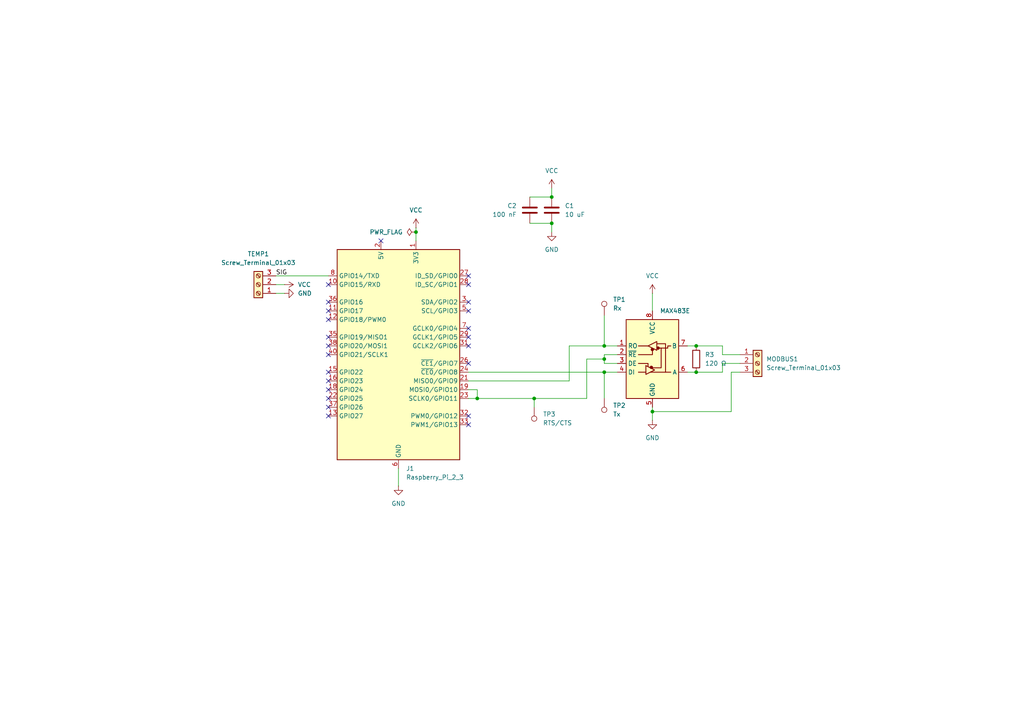
<source format=kicad_sch>
(kicad_sch (version 20231120) (generator "eeschema") (generator_version "8.0")
  (paper "A4")
  (title_block (title "RS485 HAT") (date "2024-03-25") (rev "2.1"))
  (lib_symbols
    (symbol "Connector:Raspberry_Pi_2_3"
      (property "Reference" "J" (at -17.78 31.75 0))
      (property "Value" "Raspberry_Pi_2_3" (at 10.16 -31.75 0))
      (symbol "Raspberry_Pi_2_3_0_1"
        (rectangle (start -17.78 30.48) (end 17.78 -30.48) (stroke (width 0.254)) (fill (type background)))
      )
      (symbol "Raspberry_Pi_2_3_1_1"
        (pin power_in line (at 5.08 33.02 270) (length 2.54) (name "3V3") (number "1"))
        (pin bidirectional line (at -20.32 20.32 0) (length 2.54) (name "GPIO15/RXD") (number "10"))
        (pin bidirectional line (at -20.32 12.7 0) (length 2.54) (name "GPIO17") (number "11"))
        (pin bidirectional line (at -20.32 10.16 0) (length 2.54) (name "GPIO18/PWM0") (number "12"))
        (pin bidirectional line (at -20.32 -17.78 0) (length 2.54) (name "GPIO27") (number "13"))
        (pin passive line (at 0 -33.02 90) (length 2.54) hide (name "GND") (number "14"))
        (pin bidirectional line (at -20.32 -5.08 0) (length 2.54) (name "GPIO22") (number "15"))
        (pin bidirectional line (at -20.32 -7.62 0) (length 2.54) (name "GPIO23") (number "16"))
        (pin passive line (at 5.08 33.02 270) (length 2.54) hide (name "3V3") (number "17"))
        (pin bidirectional line (at -20.32 -10.16 0) (length 2.54) (name "GPIO24") (number "18"))
        (pin bidirectional line (at 20.32 -10.16 180) (length 2.54) (name "MOSI0/GPIO10") (number "19"))
        (pin power_in line (at -5.08 33.02 270) (length 2.54) (name "5V") (number "2"))
        (pin passive line (at 0 -33.02 90) (length 2.54) hide (name "GND") (number "20"))
        (pin bidirectional line (at 20.32 -7.62 180) (length 2.54) (name "MISO0/GPIO9") (number "21"))
        (pin bidirectional line (at -20.32 -12.7 0) (length 2.54) (name "GPIO25") (number "22"))
        (pin bidirectional line (at 20.32 -12.7 180) (length 2.54) (name "SCLK0/GPIO11") (number "23"))
        (pin bidirectional line (at 20.32 -5.08 180) (length 2.54) (name "~{CE0}/GPIO8") (number "24"))
        (pin passive line (at 0 -33.02 90) (length 2.54) hide (name "GND") (number "25"))
        (pin bidirectional line (at 20.32 -2.54 180) (length 2.54) (name "~{CE1}/GPIO7") (number "26"))
        (pin bidirectional line (at 20.32 22.86 180) (length 2.54) (name "ID_SD/GPIO0") (number "27"))
        (pin bidirectional line (at 20.32 20.32 180) (length 2.54) (name "ID_SC/GPIO1") (number "28"))
        (pin bidirectional line (at 20.32 5.08 180) (length 2.54) (name "GCLK1/GPIO5") (number "29"))
        (pin bidirectional line (at 20.32 15.24 180) (length 2.54) (name "SDA/GPIO2") (number "3"))
        (pin passive line (at 0 -33.02 90) (length 2.54) hide (name "GND") (number "30"))
        (pin bidirectional line (at 20.32 2.54 180) (length 2.54) (name "GCLK2/GPIO6") (number "31"))
        (pin bidirectional line (at 20.32 -17.78 180) (length 2.54) (name "PWM0/GPIO12") (number "32"))
        (pin bidirectional line (at 20.32 -20.32 180) (length 2.54) (name "PWM1/GPIO13") (number "33"))
        (pin passive line (at 0 -33.02 90) (length 2.54) hide (name "GND") (number "34"))
        (pin bidirectional line (at -20.32 5.08 0) (length 2.54) (name "GPIO19/MISO1") (number "35"))
        (pin bidirectional line (at -20.32 15.24 0) (length 2.54) (name "GPIO16") (number "36"))
        (pin bidirectional line (at -20.32 -15.24 0) (length 2.54) (name "GPIO26") (number "37"))
        (pin bidirectional line (at -20.32 2.54 0) (length 2.54) (name "GPIO20/MOSI1") (number "38"))
        (pin passive line (at 0 -33.02 90) (length 2.54) hide (name "GND") (number "39"))
        (pin passive line (at -5.08 33.02 270) (length 2.54) hide (name "5V") (number "4"))
        (pin bidirectional line (at -20.32 0 0) (length 2.54) (name "GPIO21/SCLK1") (number "40"))
        (pin bidirectional line (at 20.32 12.7 180) (length 2.54) (name "SCL/GPIO3") (number "5"))
        (pin power_in line (at 0 -33.02 90) (length 2.54) (name "GND") (number "6"))
        (pin bidirectional line (at 20.32 7.62 180) (length 2.54) (name "GCLK0/GPIO4") (number "7"))
        (pin bidirectional line (at -20.32 22.86 0) (length 2.54) (name "GPIO14/TXD") (number "8"))
        (pin passive line (at 0 -33.02 90) (length 2.54) hide (name "GND") (number "9"))
      )
    )
    (symbol "Connector:Screw_Terminal_01x03" (pin_names (offset 1.016) hide)
      (property "Reference" "J" (at 0 5.08 0))
      (property "Value" "Screw_Terminal_01x03" (at 0 -5.08 0))
      (symbol "Screw_Terminal_01x03_1_1"
        (rectangle (start -1.27 3.81) (end 1.27 -3.81) (stroke (width 0.254)) (fill (type background)))
        (circle (center 0 -2.54) (radius 0.635) (stroke (width 0.1524)))
        (polyline (pts (xy -0.5334 -2.2098) (xy 0.3302 -3.048)) (stroke (width 0.1524)))
        (polyline (pts (xy -0.5334 0.3302) (xy 0.3302 -0.508)) (stroke (width 0.1524)))
        (polyline (pts (xy -0.5334 2.8702) (xy 0.3302 2.032)) (stroke (width 0.1524)))
        (polyline (pts (xy -0.3556 -2.032) (xy 0.508 -2.8702)) (stroke (width 0.1524)))
        (polyline (pts (xy -0.3556 0.508) (xy 0.508 -0.3302)) (stroke (width 0.1524)))
        (polyline (pts (xy -0.3556 3.048) (xy 0.508 2.2098)) (stroke (width 0.1524)))
        (circle (center 0 0) (radius 0.635) (stroke (width 0.1524)))
        (circle (center 0 2.54) (radius 0.635) (stroke (width 0.1524)))
        (pin passive line (at -5.08 2.54 0) (length 3.81) (name "Pin_1") (number "1"))
        (pin passive line (at -5.08 0 0) (length 3.81) (name "Pin_2") (number "2"))
        (pin passive line (at -5.08 -2.54 0) (length 3.81) (name "Pin_3") (number "3"))
      )
    )
    (symbol "Connector:TestPoint" (pin_numbers hide) (pin_names (offset 0.762) hide)
      (property "Reference" "TP" (at 0 6.858 0))
      (property "Value" "TestPoint" (at 0 5.08 0))
      (symbol "TestPoint_0_1"
        (circle (center 0 3.302) (radius 0.762))
      )
      (symbol "TestPoint_1_1"
        (pin passive line (at 0 0 90) (length 2.54) (name "1") (number "1"))
      )
    )
    (symbol "Device:C" (pin_numbers hide) (pin_names (offset 0.254))
      (property "Reference" "C" (at 0.635 2.54 0))
      (property "Value" "C" (at 0.635 -2.54 0))
      (symbol "C_0_1"
        (polyline (pts (xy -2.032 -0.762) (xy 2.032 -0.762)) (stroke (width 0.508)))
        (polyline (pts (xy -2.032 0.762) (xy 2.032 0.762)) (stroke (width 0.508)))
      )
      (symbol "C_1_1"
        (pin passive line (at 0 3.81 270) (length 2.794) (name "~") (number "1"))
        (pin passive line (at 0 -3.81 90) (length 2.794) (name "~") (number "2"))
      )
    )
    (symbol "Device:R" (pin_numbers hide) (pin_names (offset 0))
      (property "Reference" "R" (at 2.032 0 90))
      (property "Value" "R" (at 0 0 90))
      (symbol "R_0_1"
        (rectangle (start -1.016 -2.54) (end 1.016 2.54) (stroke (width 0.254)))
      )
      (symbol "R_1_1"
        (pin passive line (at 0 3.81 270) (length 1.27) (name "~") (number "1"))
        (pin passive line (at 0 -3.81 90) (length 1.27) (name "~") (number "2"))
      )
    )
    (symbol "Interface_UART:MAX487E"
      (property "Reference" "U" (at -6.096 11.43 0))
      (property "Value" "MAX487E" (at 0.762 11.43 0))
      (symbol "MAX487E_0_1"
        (rectangle (start -7.62 10.16) (end 7.62 -12.7) (stroke (width 0.254)) (fill (type background)))
        (circle (center -0.3048 -3.683) (radius 0.3556) (stroke (width 0.254)) (fill (type outline)))
        (circle (center -0.0254 1.4986) (radius 0.3556) (stroke (width 0.254)) (fill (type outline)))
        (polyline (pts (xy -4.064 -5.08) (xy -1.905 -5.08)) (stroke (width 0.254)))
        (polyline (pts (xy -4.064 2.54) (xy -1.27 2.54)) (stroke (width 0.254)))
        (polyline (pts (xy -1.27 -3.2004) (xy -1.27 -3.4544)) (stroke (width 0.254)))
        (polyline (pts (xy -0.635 -5.08) (xy 5.334 -5.08)) (stroke (width 0.254)))
        (polyline (pts (xy -4.064 -2.54) (xy -1.27 -2.54) (xy -1.27 -3.175)) (stroke (width 0.254)))
        (polyline (pts (xy 0 1.27) (xy 0 0) (xy -4.064 0)) (stroke (width 0.254)))
        (polyline (pts (xy 1.27 3.175) (xy 3.81 3.175) (xy 3.81 -5.08)) (stroke (width 0.254)))
        (polyline (pts (xy 2.54 1.905) (xy 2.54 -3.81) (xy 0 -3.81)) (stroke (width 0.254)))
        (polyline (pts (xy -1.905 -3.175) (xy -1.905 -5.715) (xy 0.635 -4.445) (xy -1.905 -3.175)) (stroke (width 0.254)))
        (polyline (pts (xy -1.27 2.54) (xy 1.27 3.81) (xy 1.27 1.27) (xy -1.27 2.54)) (stroke (width 0.254)))
        (polyline (pts (xy 1.905 1.905) (xy 4.445 1.905) (xy 4.445 2.54) (xy 5.334 2.54)) (stroke (width 0.254)))
        (rectangle (start 1.27 3.175) (end 1.27 3.175))
        (circle (center 1.651 1.905) (radius 0.3556) (stroke (width 0.254)) (fill (type outline)))
      )
      (symbol "MAX487E_1_1"
        (pin output line (at -10.16 2.54 0) (length 2.54) (name "RO") (number "1"))
        (pin input line (at -10.16 0 0) (length 2.54) (name "~{RE}") (number "2"))
        (pin input line (at -10.16 -2.54 0) (length 2.54) (name "DE") (number "3"))
        (pin input line (at -10.16 -5.08 0) (length 2.54) (name "DI") (number "4"))
        (pin power_in line (at 0 -15.24 90) (length 2.54) (name "GND") (number "5"))
        (pin bidirectional line (at 10.16 -5.08 180) (length 2.54) (name "A") (number "6"))
        (pin bidirectional line (at 10.16 2.54 180) (length 2.54) (name "B") (number "7"))
        (pin power_in line (at 0 12.7 270) (length 2.54) (name "VCC") (number "8"))
      )
    )
    (symbol "power:GND" (power) (pin_numbers hide) (pin_names (offset 0) hide)
      (property "Value" "GND" (at 0 -3.81 0))
      (symbol "GND_0_1"
        (polyline (pts (xy 0 0) (xy 0 -1.27) (xy 1.27 -1.27) (xy 0 -2.54) (xy -1.27 -1.27) (xy 0 -1.27)))
      )
      (symbol "GND_1_1"
        (pin power_in line (at 0 0 270) (length 0) (name "~") (number "1"))
      )
    )
    (symbol "power:PWR_FLAG" (power) (pin_numbers hide) (pin_names (offset 0) hide)
      (property "Value" "PWR_FLAG" (at 0 3.81 0))
      (symbol "PWR_FLAG_0_0"
        (pin power_out line (at 0 0 90) (length 0) (name "~") (number "1"))
      )
      (symbol "PWR_FLAG_0_1"
        (polyline (pts (xy 0 0) (xy 0 1.27) (xy -1.016 1.905) (xy 0 2.54) (xy 1.016 1.905) (xy 0 1.27)))
      )
    )
    (symbol "power:VCC" (power) (pin_numbers hide) (pin_names (offset 0) hide)
      (property "Value" "VCC" (at 0 3.556 0))
      (symbol "VCC_0_1"
        (polyline (pts (xy -0.762 1.27) (xy 0 2.54)))
        (polyline (pts (xy 0 0) (xy 0 2.54)))
        (polyline (pts (xy 0 2.54) (xy 0.762 1.27)))
      )
      (symbol "VCC_1_1"
        (pin power_in line (at 0 0 90) (length 0) (name "~") (number "1"))
      )
    )
  )
  (junction (at 175.26 100.33))
  (junction (at 154.94 115.57))
  (junction (at 120.65 67.31))
  (junction (at 189.23 119.38))
  (junction (at 160.02 64.77))
  (junction (at 175.26 104.14))
  (junction (at 160.02 57.15))
  (junction (at 201.93 100.33))
  (junction (at 201.93 107.95))
  (junction (at 138.43 115.57))
  (junction (at 175.26 107.95))
  (no_connect (at 135.89 82.55))
  (no_connect (at 95.25 115.57))
  (no_connect (at 135.89 90.17))
  (no_connect (at 95.25 110.49))
  (no_connect (at 95.25 87.63))
  (no_connect (at 95.25 97.79))
  (no_connect (at 135.89 80.01))
  (no_connect (at 95.25 90.17))
  (no_connect (at 95.25 100.33))
  (no_connect (at 95.25 118.11))
  (no_connect (at 95.25 92.71))
  (no_connect (at 135.89 123.19))
  (no_connect (at 135.89 105.41))
  (no_connect (at 135.89 120.65))
  (no_connect (at 135.89 95.25))
  (no_connect (at 95.25 113.03))
  (no_connect (at 95.25 102.87))
  (no_connect (at 95.25 120.65))
  (no_connect (at 135.89 97.79))
  (no_connect (at 95.25 82.55))
  (no_connect (at 95.25 107.95))
  (no_connect (at 135.89 100.33))
  (no_connect (at 135.89 87.63))
  (no_connect (at 110.49 69.85))
  (wire (pts (xy 209.55 102.87) (xy 209.55 100.33)))
  (wire (pts (xy 201.93 100.33) (xy 209.55 100.33)))
  (wire (pts (xy 175.26 107.95) (xy 175.26 115.57)))
  (wire (pts (xy 189.23 85.09) (xy 189.23 90.17)))
  (wire (pts (xy 170.18 104.14) (xy 175.26 104.14)))
  (wire (pts (xy 175.26 100.33) (xy 179.07 100.33)))
  (wire (pts (xy 154.94 115.57) (xy 154.94 118.11)))
  (wire (pts (xy 189.23 119.38) (xy 212.09 119.38)))
  (wire (pts (xy 209.55 105.41) (xy 209.55 107.95)))
  (wire (pts (xy 175.26 104.14) (xy 175.26 105.41)))
  (wire (pts (xy 165.1 110.49) (xy 135.89 110.49)))
  (wire (pts (xy 212.09 107.95) (xy 214.63 107.95)))
  (wire (pts (xy 153.67 57.15) (xy 160.02 57.15)))
  (wire (pts (xy 160.02 54.61) (xy 160.02 57.15)))
  (wire (pts (xy 214.63 105.41) (xy 209.55 105.41)))
  (wire (pts (xy 80.01 85.09) (xy 82.55 85.09)))
  (wire (pts (xy 199.39 100.33) (xy 201.93 100.33)))
  (wire (pts (xy 160.02 64.77) (xy 160.02 67.31)))
  (wire (pts (xy 120.65 66.04) (xy 120.65 67.31)))
  (wire (pts (xy 80.01 80.01) (xy 95.25 80.01)))
  (wire (pts (xy 189.23 118.11) (xy 189.23 119.38)))
  (wire (pts (xy 175.26 105.41) (xy 179.07 105.41)))
  (wire (pts (xy 199.39 107.95) (xy 201.93 107.95)))
  (wire (pts (xy 212.09 107.95) (xy 212.09 119.38)))
  (wire (pts (xy 135.89 113.03) (xy 138.43 113.03)))
  (wire (pts (xy 153.67 64.77) (xy 160.02 64.77)))
  (wire (pts (xy 165.1 100.33) (xy 175.26 100.33)))
  (wire (pts (xy 175.26 102.87) (xy 175.26 104.14)))
  (wire (pts (xy 175.26 102.87) (xy 179.07 102.87)))
  (wire (pts (xy 120.65 67.31) (xy 120.65 69.85)))
  (wire (pts (xy 189.23 119.38) (xy 189.23 121.92)))
  (wire (pts (xy 175.26 91.44) (xy 175.26 100.33)))
  (wire (pts (xy 209.55 102.87) (xy 214.63 102.87)))
  (wire (pts (xy 170.18 115.57) (xy 170.18 104.14)))
  (wire (pts (xy 175.26 107.95) (xy 179.07 107.95)))
  (wire (pts (xy 138.43 115.57) (xy 154.94 115.57)))
  (wire (pts (xy 135.89 107.95) (xy 175.26 107.95)))
  (wire (pts (xy 154.94 115.57) (xy 170.18 115.57)))
  (wire (pts (xy 135.89 115.57) (xy 138.43 115.57)))
  (wire (pts (xy 115.57 135.89) (xy 115.57 140.97)))
  (wire (pts (xy 80.01 82.55) (xy 82.55 82.55)))
  (wire (pts (xy 138.43 113.03) (xy 138.43 115.57)))
  (wire (pts (xy 201.93 107.95) (xy 209.55 107.95)))
  (wire (pts (xy 165.1 100.33) (xy 165.1 110.49)))
  (label "SIG" (at 80.01 80.01 0))
  (symbol (lib_id "Connector:TestPoint") (at 175.26 115.57 180) (unit 1)
    (property "Reference" "TP2" (at 177.8 117.6019 0) (effects (justify right)))
    (property "Value" "Tx" (at 177.8 120.1419 0) (effects (justify right)))
    (property "Footprint" "TestPoint:TestPoint_Loop_D1.80mm_Drill1.0mm_Beaded" (effects (hide yes)))
    (property "Description" "test point" (effects (hide yes)))
  )
  (symbol (lib_id "power:VCC") (at 82.55 82.55 270) (unit 1)
    (property "Reference" "#PWR03" (effects (hide yes)))
    (property "Value" "VCC" (at 86.36 82.5499 90) (effects (justify left)))
    (property "Description" "Power symbol creates a global label with name \"VCC\"" (effects (hide yes)))
  )
  (symbol (lib_id "power:GND") (at 115.57 140.97 0) (unit 1)
    (property "Reference" "#PWR02" (effects (hide yes)))
    (property "Value" "GND" (at 115.57 146.05 0))
    (property "Description" "Power symbol creates a global label with name \"GND\" , ground" (effects (hide yes)))
  )
  (symbol (lib_id "Interface_UART:MAX487E") (at 189.23 102.87 0) (unit 1)
    (property "Reference" "U1" (effects (hide yes)))
    (property "Value" "MAX483E" (at 191.4241 90.17 0) (effects (justify left)))
    (property "Footprint" "Package_DIP:DIP-8_W7.62mm" (effects (hide yes)))
    (property "Datasheet" "https://datasheets.maximintegrated.com/en/ds/MAX1487E-MAX491E.pdf" (effects (hide yes)))
    (property "Description" "Half duplex RS-485/RS-422, 0.25 Mbps, ±15kV electro-static discharge (ESD) protection, with slew-rate, with low-power shutdown, with receiver/driver enable, 128 receiver drive capability, DIP-8 and SOIC-8" (effects (hide yes)))
  )
  (symbol (lib_id "Connector:Screw_Terminal_01x03") (at 219.71 105.41 0) (unit 1)
    (property "Reference" "MODBUS1" (at 222.25 104.1399 0) (effects (justify left)))
    (property "Value" "Screw_Terminal_01x03" (at 222.25 106.6799 0) (effects (justify left)))
    (property "Footprint" "TerminalBlock_Phoenix:TerminalBlock_Phoenix_MKDS-1,5-3-5.08_1x03_P5.08mm_Horizontal" (effects (hide yes)))
    (property "Description" "Generic screw terminal, single row, 01x03, script generated (kicad-library-utils/schlib/autogen/connector/)" (effects (hide yes)))
  )
  (symbol (lib_id "Device:C") (at 153.67 60.96 0) (unit 1)
    (property "Reference" "C2" (at 149.86 59.6899 0) (effects (justify right)))
    (property "Value" "100 nF" (at 149.86 62.2299 0) (effects (justify right)))
    (property "Footprint" "Capacitor_SMD:C_0805_2012Metric" (effects (hide yes)))
    (property "Description" "Unpolarized capacitor" (effects (hide yes)))
  )
  (symbol (lib_id "Device:C") (at 160.02 60.96 0) (unit 1)
    (property "Reference" "C1" (at 163.83 59.6899 0) (effects (justify left)))
    (property "Value" "10 uF" (at 163.83 62.2299 0) (effects (justify left)))
    (property "Footprint" "Capacitor_SMD:C_0805_2012Metric" (effects (hide yes)))
    (property "Description" "Unpolarized capacitor" (effects (hide yes)))
  )
  (symbol (lib_id "power:GND") (at 82.55 85.09 90) (unit 1)
    (property "Reference" "#PWR05" (effects (hide yes)))
    (property "Value" "GND" (at 86.36 85.0899 90) (effects (justify right)))
    (property "Description" "Power symbol creates a global label with name \"GND\" , ground" (effects (hide yes)))
  )
  (symbol (lib_id "Connector:Screw_Terminal_01x03") (at 74.93 82.55 180) (unit 1)
    (property "Reference" "TEMP1" (at 74.93 73.66 0))
    (property "Value" "Screw_Terminal_01x03" (at 74.93 76.2 0))
    (property "Footprint" "TerminalBlock_Phoenix:TerminalBlock_Phoenix_MKDS-1,5-3-5.08_1x03_P5.08mm_Horizontal" (effects (hide yes)))
    (property "Description" "Generic screw terminal, single row, 01x03, script generated (kicad-library-utils/schlib/autogen/connector/)" (effects (hide yes)))
  )
  (symbol (lib_id "power:GND") (at 160.02 67.31 0) (unit 1)
    (property "Reference" "#PWR06" (effects (hide yes)))
    (property "Value" "GND" (at 160.02 72.39 0))
    (property "Description" "Power symbol creates a global label with name \"GND\" , ground" (effects (hide yes)))
  )
  (symbol (lib_id "Connector:TestPoint") (at 175.26 91.44 0) (unit 1)
    (property "Reference" "TP1" (at 177.8 86.8679 0) (effects (justify left)))
    (property "Value" "Rx" (at 177.8 89.4079 0) (effects (justify left)))
    (property "Footprint" "TestPoint:TestPoint_Loop_D1.80mm_Drill1.0mm_Beaded" (effects (hide yes)))
    (property "Description" "test point" (effects (hide yes)))
  )
  (symbol (lib_id "power:VCC") (at 189.23 85.09 0) (unit 1)
    (property "Reference" "#PWR08" (effects (hide yes)))
    (property "Value" "VCC" (at 189.23 80.01 0))
    (property "Description" "Power symbol creates a global label with name \"VCC\"" (effects (hide yes)))
  )
  (symbol (lib_id "power:VCC") (at 160.02 54.61 0) (unit 1)
    (property "Reference" "#PWR09" (effects (hide yes)))
    (property "Value" "VCC" (at 160.02 49.53 0))
    (property "Description" "Power symbol creates a global label with name \"VCC\"" (effects (hide yes)))
  )
  (symbol (lib_id "power:GND") (at 189.23 121.92 0) (unit 1)
    (property "Reference" "#PWR04" (effects (hide yes)))
    (property "Value" "GND" (at 189.23 127 0))
    (property "Description" "Power symbol creates a global label with name \"GND\" , ground" (effects (hide yes)))
  )
  (symbol (lib_id "power:VCC") (at 120.65 66.04 0) (unit 1)
    (property "Reference" "#PWR01" (effects (hide yes)))
    (property "Value" "VCC" (at 120.65 60.96 0))
    (property "Description" "Power symbol creates a global label with name \"VCC\"" (effects (hide yes)))
  )
  (symbol (lib_id "Connector:TestPoint") (at 154.94 118.11 180) (unit 1)
    (property "Reference" "TP3" (at 157.48 120.1419 0) (effects (justify right)))
    (property "Value" "RTS/CTS" (at 157.48 122.6819 0) (effects (justify right)))
    (property "Footprint" "TestPoint:TestPoint_Loop_D1.80mm_Drill1.0mm_Beaded" (effects (hide yes)))
    (property "Description" "test point" (effects (hide yes)))
  )
  (symbol (lib_id "power:PWR_FLAG") (at 120.65 67.31 90) (unit 1)
    (property "Reference" "#FLG01" (effects (hide yes)))
    (property "Value" "PWR_FLAG" (at 116.84 67.3099 90) (effects (justify left)))
    (property "Description" "Special symbol for telling ERC where power comes from" (effects (hide yes)))
  )
  (symbol (lib_id "Device:R") (at 201.93 104.14 0) (unit 1)
    (property "Reference" "R3" (at 204.47 102.8699 0) (effects (justify left)))
    (property "Value" "120 Ω" (at 204.47 105.4099 0) (effects (justify left)))
    (property "Footprint" "Resistor_SMD:R_0805_2012Metric" (effects (hide yes)))
    (property "Description" "Resistor" (effects (hide yes)))
  )
  (symbol (lib_id "Connector:Raspberry_Pi_2_3") (at 115.57 102.87 0) (unit 1)
    (property "Reference" "J1" (at 117.7641 135.89 0) (effects (justify left)))
    (property "Value" "Raspberry_Pi_2_3" (at 117.7641 138.43 0) (effects (justify left)))
    (property "Footprint" "Connector_PinSocket_2.54mm:PinSocket_2x20_P2.54mm_Vertical" (effects (hide yes)))
    (property "Datasheet" "https://www.raspberrypi.org/documentation/hardware/raspberrypi/schematics/rpi_SCH_3bplus_1p0_reduced.pdf" (effects (hide yes)))
    (property "Description" "expansion header for Raspberry Pi 2 & 3" (effects (hide yes)))
  )
)
</source>
